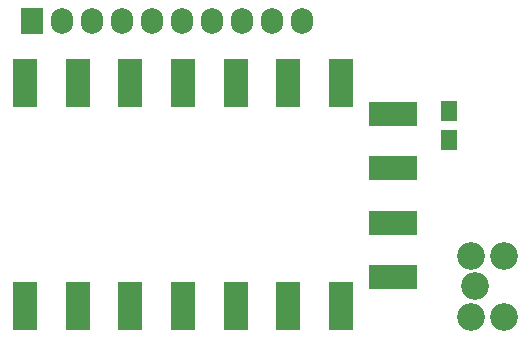
<source format=gts>
G04 #@! TF.FileFunction,Soldermask,Top*
%FSLAX46Y46*%
G04 Gerber Fmt 4.6, Leading zero omitted, Abs format (unit mm)*
G04 Created by KiCad (PCBNEW 4.0.1-stable) date Tisdag 26 Januari 2016 09:48:20*
%MOMM*%
G01*
G04 APERTURE LIST*
%ADD10C,0.100000*%
%ADD11R,1.402000X1.652000*%
%ADD12R,1.879200X2.184000*%
%ADD13O,1.879200X2.184000*%
%ADD14R,2.152000X4.152000*%
%ADD15R,4.152000X2.152000*%
%ADD16C,2.352000*%
G04 APERTURE END LIST*
D10*
D11*
X179300000Y-108950000D03*
X179300000Y-111450000D03*
D12*
X144000000Y-101300000D03*
D13*
X146540000Y-101300000D03*
X149080000Y-101300000D03*
X151620000Y-101300000D03*
X154160000Y-101300000D03*
X156700000Y-101300000D03*
X159240000Y-101300000D03*
X161780000Y-101300000D03*
X164320000Y-101300000D03*
X166860000Y-101300000D03*
D14*
X143450000Y-106600000D03*
X147900000Y-106600000D03*
X152350000Y-106600000D03*
X156800000Y-106600000D03*
X161250000Y-106600000D03*
X165700000Y-106600000D03*
X170150000Y-106600000D03*
X143450000Y-125500000D03*
X147900000Y-125500000D03*
X152350000Y-125500000D03*
X156800000Y-125500000D03*
X161250000Y-125500000D03*
X165700000Y-125500000D03*
X170150000Y-125500000D03*
D15*
X174600000Y-109200000D03*
X174600000Y-113800000D03*
X174600000Y-118400000D03*
X174600000Y-123000000D03*
D16*
X181500000Y-123800000D03*
X184000000Y-126400000D03*
X184000000Y-121200000D03*
X181200000Y-121200000D03*
X181200000Y-126400000D03*
M02*

</source>
